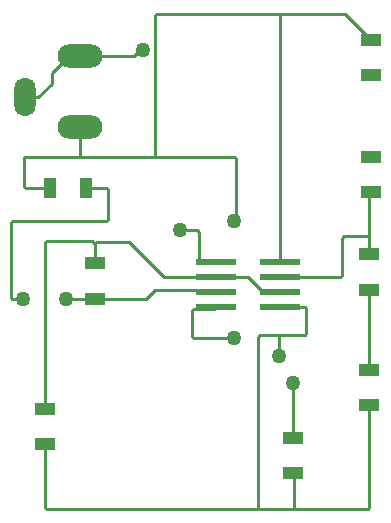
<source format=gtl>
%FSTAX23Y23*%
%MOIN*%
%SFA1B1*%

%IPPOS*%
%ADD15C,0.010000*%
%ADD17R,0.133858X0.023622*%
%ADD18R,0.071000X0.044000*%
%ADD19R,0.044000X0.071000*%
%ADD26O,0.149606X0.078740*%
%ADD27O,0.070866X0.129921*%
%ADD28C,0.050000*%
%LNpcb_1-1*%
%LPD*%
G54D15*
X0094Y00735D02*
X01024D01*
X0103Y0074*
Y00824*
X00941Y0083D02*
X01024D01*
X0103Y00824*
X00941Y0083D02*
D01*
X0099Y0016D02*
Y00286D01*
X00721Y00823D02*
X00728Y0083D01*
X00655Y00823D02*
X00721D01*
X0065Y00817D02*
X00655Y00823D01*
X0065Y0073D02*
Y00817D01*
X00655Y00725D02*
X0079D01*
X0065Y0073D02*
X00655Y00725D01*
X0009Y0133D02*
X00275D01*
X00525*
X00275D02*
Y01428D01*
Y01665D02*
X00454D01*
X00474Y01685*
X00485*
X00239Y01665D02*
X00275D01*
X00181Y01607D02*
X00239Y01665D01*
X00181Y01571D02*
Y01607D01*
X00137Y01527D02*
X00181Y01571D01*
X00091Y01527D02*
X00137D01*
X0024Y01684D02*
Y01685D01*
X00207Y01651D02*
X0024Y01684D01*
X0068Y0098D02*
X00728D01*
X00673Y00986D02*
X0068Y0098D01*
X00673Y00986D02*
Y01079D01*
X00667Y01085D02*
X00673Y01079D01*
X0061Y01085D02*
X00667D01*
X00365Y01116D02*
X0037Y01122D01*
X0005Y01116D02*
X00365D01*
X0037Y01122D02*
Y01219D01*
X00045Y0086D02*
Y0111D01*
X0005Y01116*
X00365Y01225D02*
X0037Y01219D01*
X00295Y01225D02*
X00365D01*
X00165Y00155D02*
X0087D01*
X00984*
X0087D02*
Y00729D01*
X0016Y0016D02*
Y00371D01*
Y0016D02*
X00165Y00155D01*
X0016Y00489D02*
Y01044D01*
X00985Y00393D02*
Y00575D01*
X00941Y0098D02*
Y01799D01*
X0115Y01059D02*
X01155Y01065D01*
X01235*
X0124Y0107*
Y01004D02*
Y0107D01*
X01144Y0093D02*
X0115Y00935D01*
Y01059*
X0124Y0107D02*
Y01207D01*
X00556Y0093D02*
X00728D01*
X00525Y00885D02*
X00723D01*
X0044Y01045D02*
X00556Y0093D01*
X00496Y00856D02*
X00525Y00885D01*
X0033Y01045D02*
X0044D01*
X00723Y00885D02*
X00728Y0088D01*
Y0093D02*
X00836D01*
X00886Y0088*
X00941*
X0094Y00665D02*
Y00735D01*
X0087Y00729D02*
X00875Y00735D01*
X0094*
X00324Y00855D02*
X00325Y00856D01*
X0023Y00855D02*
X00324D01*
X00165Y0105D02*
X00315D01*
X0016Y01044D02*
X00165Y0105D01*
X00045Y0086D02*
X0005Y00855D01*
X00085*
X00941Y0093D02*
X01144D01*
X0079Y01115D02*
X00795Y0112D01*
X00525Y0133D02*
X00789D01*
X00795Y0112D02*
Y01324D01*
X00789Y0133D02*
X00795Y01324D01*
X00525Y01799D02*
X0053Y01805D01*
X00947*
X00525Y0133D02*
Y01799D01*
X0009Y0123D02*
Y0133D01*
X00095Y01225D02*
X00177D01*
X0009Y0123D02*
X00095Y01225D01*
X00208Y01448D02*
X0024D01*
X00947Y01805D02*
X01159D01*
X00941Y01799D02*
X00947Y01805D01*
X01159D02*
X01245Y01719D01*
X0099Y0016D02*
X00995Y00155D01*
X0124Y0016D02*
Y00501D01*
X01234Y00155D02*
X0124Y0016D01*
X00995Y00155D02*
X01234D01*
X00984D02*
X0099Y0016D01*
X00315Y0105D02*
X00325Y0104D01*
Y00856D02*
X00496D01*
X00325Y0104D02*
X0033Y01045D01*
X00325Y00974D02*
Y0104D01*
X0124Y00619D02*
Y00886D01*
Y01207D02*
X01245Y01212D01*
G54D17*
X00728Y0083D03*
Y0088D03*
Y0093D03*
Y0098D03*
X00941D03*
Y0093D03*
Y0088D03*
Y0083D03*
G54D18*
X00325Y00974D03*
Y00856D03*
X0016Y00371D03*
Y00489D03*
X0124Y00886D03*
Y01004D03*
Y00619D03*
Y00501D03*
X01245Y01601D03*
Y01719D03*
Y0133D03*
Y01212D03*
X00985Y00275D03*
Y00393D03*
G54D19*
X00295Y01225D03*
X00177D03*
G54D26*
X00275Y01428D03*
Y01665D03*
G54D27*
X00091Y01527D03*
G54D28*
X00985Y00575D03*
X0061Y01085D03*
X0094Y00665D03*
X0023Y00855D03*
X00085D03*
X0079Y01115D03*
Y00725D03*
X00485Y01685D03*
M02*
</source>
